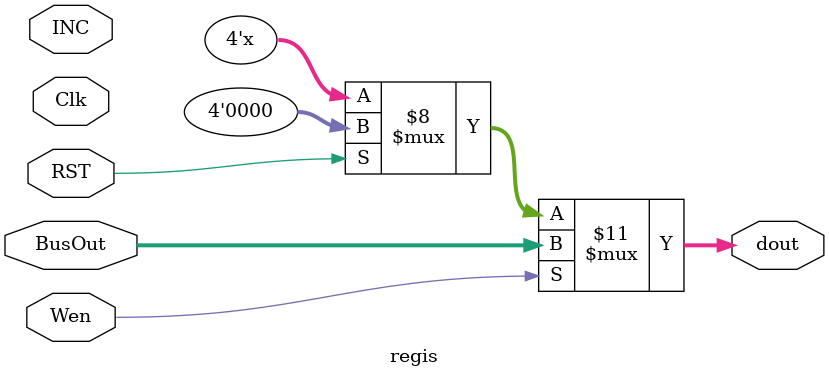
<source format=v>
module regis(Wen, BusOut, Clk, RST, INC, dout);
  input Wen, Clk, RST, INC;
  input[3:0] BusOut;
  output reg [3:0] dout = 4'd0;
  always @(BusOut)
    begin
        if      (Wen) dout <= BusOut;
        else if (RST) dout <= 4'd0;
        else if (INC) dout <= dout+1;
        else            dout <= dout;
      
    end
endmodule
</source>
